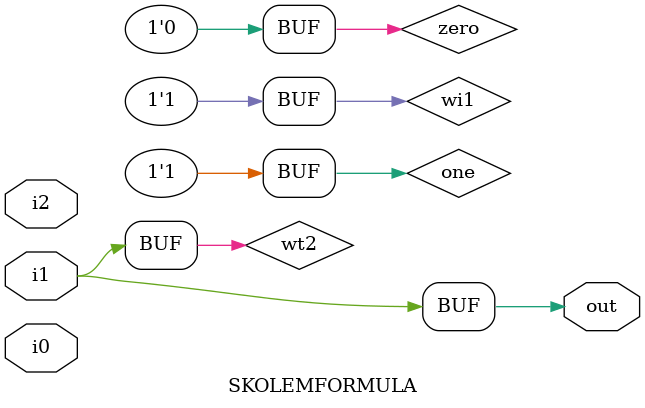
<source format=v>
module SKOLEMFORMULA (i0, i1, i2,  out );
input i0;
input i1;
input i2;
output out ;
wire zero;
wire one;
assign zero = 0;
assign one = 1;
wire wi1;
wire wt2;
assign wi1 = (( one ));
assign wt2 = (~(wi1 ^ i1));
assign out = wt2;
endmodule
</source>
